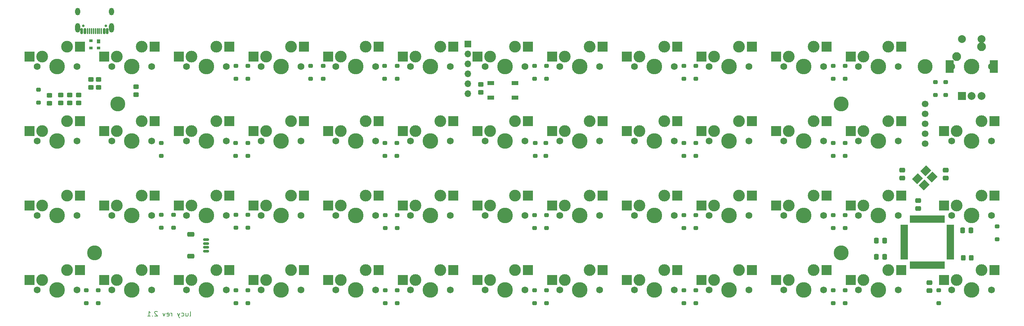
<source format=gbs>
G04 #@! TF.GenerationSoftware,KiCad,Pcbnew,(6.0.1-0)*
G04 #@! TF.CreationDate,2022-06-05T08:42:11-05:00*
G04 #@! TF.ProjectId,pcb,7063622e-6b69-4636-9164-5f7063625858,rev?*
G04 #@! TF.SameCoordinates,Original*
G04 #@! TF.FileFunction,Soldermask,Bot*
G04 #@! TF.FilePolarity,Negative*
%FSLAX46Y46*%
G04 Gerber Fmt 4.6, Leading zero omitted, Abs format (unit mm)*
G04 Created by KiCad (PCBNEW (6.0.1-0)) date 2022-06-05 08:42:11*
%MOMM*%
%LPD*%
G01*
G04 APERTURE LIST*
G04 Aperture macros list*
%AMRoundRect*
0 Rectangle with rounded corners*
0 $1 Rounding radius*
0 $2 $3 $4 $5 $6 $7 $8 $9 X,Y pos of 4 corners*
0 Add a 4 corners polygon primitive as box body*
4,1,4,$2,$3,$4,$5,$6,$7,$8,$9,$2,$3,0*
0 Add four circle primitives for the rounded corners*
1,1,$1+$1,$2,$3*
1,1,$1+$1,$4,$5*
1,1,$1+$1,$6,$7*
1,1,$1+$1,$8,$9*
0 Add four rect primitives between the rounded corners*
20,1,$1+$1,$2,$3,$4,$5,0*
20,1,$1+$1,$4,$5,$6,$7,0*
20,1,$1+$1,$6,$7,$8,$9,0*
20,1,$1+$1,$8,$9,$2,$3,0*%
%AMRotRect*
0 Rectangle, with rotation*
0 The origin of the aperture is its center*
0 $1 length*
0 $2 width*
0 $3 Rotation angle, in degrees counterclockwise*
0 Add horizontal line*
21,1,$1,$2,0,0,$3*%
G04 Aperture macros list end*
%ADD10C,0.200000*%
%ADD11C,3.000000*%
%ADD12C,1.750000*%
%ADD13C,3.987800*%
%ADD14R,2.550000X2.500000*%
%ADD15R,2.000000X2.000000*%
%ADD16C,2.000000*%
%ADD17R,2.000000X3.200000*%
%ADD18C,3.800000*%
%ADD19C,2.250000*%
%ADD20RoundRect,0.250000X-0.475000X0.337500X-0.475000X-0.337500X0.475000X-0.337500X0.475000X0.337500X0*%
%ADD21RoundRect,0.250000X0.350000X-0.250000X0.350000X0.250000X-0.350000X0.250000X-0.350000X-0.250000X0*%
%ADD22O,1.700000X1.700000*%
%ADD23R,1.700000X1.700000*%
%ADD24R,1.800000X1.100000*%
%ADD25RoundRect,0.200000X-0.750000X-0.250000X0.750000X-0.250000X0.750000X0.250000X-0.750000X0.250000X0*%
%ADD26RoundRect,0.200000X-0.250000X-0.750000X0.250000X-0.750000X0.250000X0.750000X-0.250000X0.750000X0*%
%ADD27RoundRect,0.250000X0.475000X-0.337500X0.475000X0.337500X-0.475000X0.337500X-0.475000X-0.337500X0*%
%ADD28RotRect,2.100000X1.800000X45.000000*%
%ADD29RoundRect,0.249999X0.450001X-0.325001X0.450001X0.325001X-0.450001X0.325001X-0.450001X-0.325001X0*%
%ADD30C,0.650000*%
%ADD31RoundRect,0.150000X-0.150000X-0.575000X0.150000X-0.575000X0.150000X0.575000X-0.150000X0.575000X0*%
%ADD32RoundRect,0.075000X-0.075000X-0.650000X0.075000X-0.650000X0.075000X0.650000X-0.075000X0.650000X0*%
%ADD33O,1.300000X2.400000*%
%ADD34O,1.300000X1.900000*%
%ADD35RoundRect,0.249999X-0.450001X0.325001X-0.450001X-0.325001X0.450001X-0.325001X0.450001X0.325001X0*%
%ADD36RoundRect,0.250000X-0.337500X-0.475000X0.337500X-0.475000X0.337500X0.475000X-0.337500X0.475000X0*%
%ADD37RoundRect,0.250000X0.337500X0.475000X-0.337500X0.475000X-0.337500X-0.475000X0.337500X-0.475000X0*%
%ADD38RoundRect,0.249999X0.325001X0.450001X-0.325001X0.450001X-0.325001X-0.450001X0.325001X-0.450001X0*%
%ADD39RoundRect,0.050000X-0.350000X0.500000X-0.350000X-0.500000X0.350000X-0.500000X0.350000X0.500000X0*%
%ADD40RoundRect,0.050000X-0.350000X0.300000X-0.350000X-0.300000X0.350000X-0.300000X0.350000X0.300000X0*%
%ADD41C,1.700000*%
%ADD42RoundRect,0.150000X0.625000X-0.150000X0.625000X0.150000X-0.625000X0.150000X-0.625000X-0.150000X0*%
%ADD43RoundRect,0.250000X0.650000X-0.350000X0.650000X0.350000X-0.650000X0.350000X-0.650000X-0.350000X0*%
G04 APERTURE END LIST*
D10*
X120750737Y-117065476D02*
X120869784Y-117005952D01*
X120929308Y-116886904D01*
X120929308Y-115815476D01*
X119738832Y-116232142D02*
X119738832Y-117065476D01*
X120274546Y-116232142D02*
X120274546Y-116886904D01*
X120215022Y-117005952D01*
X120095975Y-117065476D01*
X119917403Y-117065476D01*
X119798356Y-117005952D01*
X119738832Y-116946428D01*
X118607880Y-117005952D02*
X118726927Y-117065476D01*
X118965022Y-117065476D01*
X119084070Y-117005952D01*
X119143594Y-116946428D01*
X119203118Y-116827380D01*
X119203118Y-116470238D01*
X119143594Y-116351190D01*
X119084070Y-116291666D01*
X118965022Y-116232142D01*
X118726927Y-116232142D01*
X118607880Y-116291666D01*
X118191213Y-116232142D02*
X117893594Y-117065476D01*
X117595975Y-116232142D02*
X117893594Y-117065476D01*
X118012641Y-117363095D01*
X118072165Y-117422619D01*
X118191213Y-117482142D01*
X116167403Y-117065476D02*
X116167403Y-116232142D01*
X116167403Y-116470238D02*
X116107880Y-116351190D01*
X116048356Y-116291666D01*
X115929308Y-116232142D01*
X115810260Y-116232142D01*
X114917403Y-117005952D02*
X115036451Y-117065476D01*
X115274546Y-117065476D01*
X115393594Y-117005952D01*
X115453118Y-116886904D01*
X115453118Y-116410714D01*
X115393594Y-116291666D01*
X115274546Y-116232142D01*
X115036451Y-116232142D01*
X114917403Y-116291666D01*
X114857880Y-116410714D01*
X114857880Y-116529761D01*
X115453118Y-116648809D01*
X114441213Y-116232142D02*
X114143594Y-117065476D01*
X113845975Y-116232142D01*
X112476927Y-115934523D02*
X112417403Y-115875000D01*
X112298356Y-115815476D01*
X112000737Y-115815476D01*
X111881689Y-115875000D01*
X111822165Y-115934523D01*
X111762641Y-116053571D01*
X111762641Y-116172619D01*
X111822165Y-116351190D01*
X112536451Y-117065476D01*
X111762641Y-117065476D01*
X111226927Y-116946428D02*
X111167403Y-117005952D01*
X111226927Y-117065476D01*
X111286451Y-117005952D01*
X111226927Y-116946428D01*
X111226927Y-117065476D01*
X109976927Y-117065476D02*
X110691213Y-117065476D01*
X110334070Y-117065476D02*
X110334070Y-115815476D01*
X110453118Y-115994047D01*
X110572165Y-116113095D01*
X110691213Y-116172619D01*
D11*
X121180225Y-50653950D03*
D12*
X119910225Y-53193950D03*
D13*
X124990225Y-53193950D03*
D11*
X127530225Y-48113950D03*
D12*
X130070225Y-53193950D03*
D14*
X117905225Y-50653950D03*
X130832225Y-48113950D03*
D12*
X206270225Y-53193950D03*
D11*
X203730225Y-48113950D03*
X197380225Y-50653950D03*
D12*
X196110225Y-53193950D03*
D13*
X201190225Y-53193950D03*
D14*
X194105225Y-50653950D03*
X207032225Y-48113950D03*
D12*
X187220225Y-53193950D03*
D11*
X178330225Y-50653950D03*
X184680225Y-48113950D03*
D12*
X177060225Y-53193950D03*
D13*
X182140225Y-53193950D03*
D14*
X175055225Y-50653950D03*
X187982225Y-48113950D03*
D12*
X168170225Y-53193950D03*
D13*
X163090225Y-53193950D03*
D11*
X165630225Y-48113950D03*
X159280225Y-50653950D03*
D12*
X158010225Y-53193950D03*
D14*
X156005225Y-50653950D03*
X168932225Y-48113950D03*
D12*
X81810225Y-53193950D03*
D13*
X86890225Y-53193950D03*
D11*
X83080225Y-50653950D03*
X89430225Y-48113950D03*
D12*
X91970225Y-53193950D03*
D14*
X79805225Y-50653950D03*
X92732225Y-48113950D03*
D12*
X225320225Y-53193950D03*
D11*
X222780225Y-48113950D03*
D13*
X220240225Y-53193950D03*
D12*
X215160225Y-53193950D03*
D11*
X216430225Y-50653950D03*
D14*
X213155225Y-50653950D03*
X226082225Y-48113950D03*
D12*
X244370225Y-53193950D03*
D11*
X235480225Y-50653950D03*
X241830225Y-48113950D03*
D12*
X234210225Y-53193950D03*
D13*
X239290225Y-53193950D03*
D14*
X232205225Y-50653950D03*
X245132225Y-48113950D03*
D12*
X91970225Y-72243950D03*
D13*
X86890225Y-72243950D03*
D11*
X83080225Y-69703950D03*
D12*
X81810225Y-72243950D03*
D11*
X89430225Y-67163950D03*
D14*
X79805225Y-69703950D03*
X92732225Y-67163950D03*
D12*
X111020225Y-72243950D03*
D11*
X102130225Y-69703950D03*
D12*
X100860225Y-72243950D03*
D11*
X108480225Y-67163950D03*
D13*
X105940225Y-72243950D03*
D14*
X98855225Y-69703950D03*
X111782225Y-67163950D03*
D13*
X144045399Y-72243950D03*
D11*
X146585399Y-67163950D03*
D12*
X138965399Y-72243950D03*
X149125399Y-72243950D03*
D11*
X140235399Y-69703950D03*
D14*
X136960399Y-69703950D03*
X149887399Y-67163950D03*
D11*
X273580225Y-50653950D03*
D13*
X277390225Y-53193950D03*
D11*
X279930225Y-48113950D03*
D12*
X272310225Y-53193950D03*
X282470225Y-53193950D03*
D14*
X270305225Y-50653950D03*
X283232225Y-48113950D03*
D11*
X165630225Y-67163950D03*
X159280225Y-69703950D03*
D12*
X168170225Y-72243950D03*
X158010225Y-72243950D03*
D13*
X163090225Y-72243950D03*
D14*
X156005225Y-69703950D03*
X168932225Y-67163950D03*
D12*
X187220225Y-72243950D03*
D13*
X182140225Y-72243950D03*
D12*
X177060225Y-72243950D03*
D11*
X184680225Y-67163950D03*
X178330225Y-69703950D03*
D14*
X175055225Y-69703950D03*
X187982225Y-67163950D03*
D12*
X196110225Y-72243950D03*
D13*
X201190225Y-72243950D03*
D11*
X203730225Y-67163950D03*
D12*
X206270225Y-72243950D03*
D11*
X197380225Y-69703950D03*
D14*
X194105225Y-69703950D03*
X207032225Y-67163950D03*
D12*
X111020225Y-110343950D03*
D13*
X105940225Y-110343950D03*
D12*
X100860225Y-110343950D03*
D11*
X108480225Y-105263950D03*
X102130225Y-107803950D03*
D14*
X98855225Y-107803950D03*
X111782225Y-105263950D03*
D12*
X119910225Y-110343950D03*
D11*
X127530225Y-105263950D03*
D12*
X130070225Y-110343950D03*
D13*
X124990225Y-110343950D03*
D11*
X121180225Y-107803950D03*
D14*
X117905225Y-107803950D03*
X130832225Y-105263950D03*
D11*
X140230225Y-107803950D03*
X146580225Y-105263950D03*
D13*
X144040225Y-110343950D03*
D12*
X149120225Y-110343950D03*
X138960225Y-110343950D03*
D14*
X136955225Y-107803950D03*
X149882225Y-105263950D03*
D11*
X159280225Y-107803950D03*
D12*
X168170225Y-110343950D03*
D11*
X165630225Y-105263950D03*
D12*
X158010225Y-110343950D03*
D13*
X163090225Y-110343950D03*
D14*
X156005225Y-107803950D03*
X168932225Y-105263950D03*
D13*
X182140225Y-110343950D03*
D12*
X187220225Y-110343950D03*
D11*
X178330225Y-107803950D03*
X184680225Y-105263950D03*
D12*
X177060225Y-110343950D03*
D14*
X175055225Y-107803950D03*
X187982225Y-105263950D03*
D13*
X220240225Y-110343950D03*
D12*
X225320225Y-110343950D03*
D11*
X222780225Y-105263950D03*
D12*
X215160225Y-110343950D03*
D11*
X216430225Y-107803950D03*
D14*
X213155225Y-107803950D03*
X226082225Y-105263950D03*
D11*
X241830225Y-105263950D03*
X235480225Y-107803950D03*
D12*
X244370225Y-110343950D03*
X234210225Y-110343950D03*
D13*
X239290225Y-110343950D03*
D14*
X232205225Y-107803950D03*
X245132225Y-105263950D03*
D12*
X253260225Y-110343950D03*
D11*
X254530225Y-107803950D03*
X260880225Y-105263950D03*
D12*
X263420225Y-110343950D03*
D13*
X258340225Y-110343950D03*
D14*
X251255225Y-107803950D03*
X264182225Y-105263950D03*
D11*
X279930225Y-105263950D03*
D13*
X277390225Y-110343950D03*
D12*
X282470225Y-110343950D03*
X272310225Y-110343950D03*
D11*
X273580225Y-107803950D03*
D14*
X270305225Y-107803950D03*
X283232225Y-105263950D03*
D12*
X196110225Y-110343950D03*
X206270225Y-110343950D03*
D11*
X203730225Y-105263950D03*
D13*
X201190225Y-110343950D03*
D11*
X197380225Y-107803950D03*
D14*
X194105225Y-107803950D03*
X207032225Y-105263950D03*
D11*
X279930225Y-86213950D03*
D13*
X277390225Y-91293950D03*
D11*
X273580225Y-88753950D03*
D12*
X272310225Y-91293950D03*
X282470225Y-91293950D03*
D14*
X270305225Y-88753950D03*
X283232225Y-86213950D03*
D12*
X253260225Y-91293950D03*
D11*
X260880225Y-86213950D03*
D13*
X258340225Y-91293950D03*
D11*
X254530225Y-88753950D03*
D12*
X263420225Y-91293950D03*
D14*
X251255225Y-88753950D03*
X264182225Y-86213950D03*
D11*
X216430225Y-88753950D03*
D12*
X215160225Y-91293950D03*
D11*
X222780225Y-86213950D03*
D12*
X225320225Y-91293950D03*
D13*
X220240225Y-91293950D03*
D14*
X213155225Y-88753950D03*
X226082225Y-86213950D03*
D12*
X187220225Y-91293950D03*
X177060225Y-91293950D03*
D13*
X182140225Y-91293950D03*
D11*
X184680225Y-86213950D03*
X178330225Y-88753950D03*
D14*
X175055225Y-88753950D03*
X187982225Y-86213950D03*
D12*
X138960225Y-91293950D03*
D11*
X146580225Y-86213950D03*
D12*
X149120225Y-91293950D03*
D13*
X144040225Y-91293950D03*
D11*
X140230225Y-88753950D03*
D14*
X136955225Y-88753950D03*
X149882225Y-86213950D03*
D11*
X83080225Y-88753950D03*
X89430225Y-86213950D03*
D12*
X91970225Y-91293950D03*
X81810225Y-91293950D03*
D13*
X86890225Y-91293950D03*
D14*
X79805225Y-88753950D03*
X92732225Y-86213950D03*
D12*
X158010225Y-91293950D03*
D11*
X159280225Y-88753950D03*
X165630225Y-86213950D03*
D12*
X168170225Y-91293950D03*
D13*
X163090225Y-91293950D03*
D14*
X156005225Y-88753950D03*
X168932225Y-86213950D03*
D11*
X298980225Y-67163950D03*
D12*
X301520225Y-72243950D03*
D11*
X292630225Y-69703950D03*
D12*
X291360225Y-72243950D03*
D13*
X296440225Y-72243950D03*
D14*
X289355225Y-69703950D03*
X302282225Y-67163950D03*
D11*
X127530225Y-86213950D03*
D12*
X130070225Y-91293950D03*
D11*
X121180225Y-88753950D03*
D12*
X119910225Y-91293950D03*
D13*
X124990225Y-91293950D03*
D14*
X117905225Y-88753950D03*
X130832225Y-86213950D03*
D13*
X105940225Y-91293950D03*
D12*
X111020225Y-91293950D03*
D11*
X108480225Y-86213950D03*
X102130225Y-88753950D03*
D12*
X100860225Y-91293950D03*
D14*
X98855225Y-88753950D03*
X111782225Y-86213950D03*
D12*
X263420225Y-72243950D03*
D11*
X260880225Y-67163950D03*
D13*
X258340225Y-72243950D03*
D11*
X254530225Y-69703950D03*
D12*
X253260225Y-72243950D03*
D14*
X251255225Y-69703950D03*
X264182225Y-67163950D03*
D12*
X234210225Y-72243950D03*
D11*
X241830225Y-67163950D03*
D13*
X239290225Y-72243950D03*
D11*
X235480225Y-69703950D03*
D12*
X244370225Y-72243950D03*
D14*
X232205225Y-69703950D03*
X245132225Y-67163950D03*
D11*
X273580225Y-69703950D03*
D13*
X277390225Y-72243950D03*
D12*
X282470225Y-72243950D03*
D11*
X279930225Y-67163950D03*
D12*
X272310225Y-72243950D03*
D14*
X270305225Y-69703950D03*
X283232225Y-67163950D03*
D11*
X298980225Y-105263950D03*
D12*
X291360225Y-110343950D03*
D13*
X296440225Y-110343950D03*
D12*
X301520225Y-110343950D03*
D11*
X292630225Y-107803950D03*
D14*
X289355225Y-107803950D03*
X302282225Y-105263950D03*
D11*
X298980225Y-86213950D03*
X292630225Y-88753950D03*
D13*
X296440225Y-91293950D03*
D12*
X301520225Y-91293950D03*
X291360225Y-91293950D03*
D14*
X289355225Y-88753950D03*
X302282225Y-86213950D03*
D11*
X292630225Y-50653950D03*
D13*
X296440225Y-53193950D03*
D12*
X301520225Y-53193950D03*
X291360225Y-53193950D03*
D11*
X298980225Y-48113950D03*
D14*
X289355225Y-50653950D03*
X302282225Y-48113950D03*
D15*
X317752725Y-60693950D03*
D16*
X322752725Y-60693950D03*
X320252725Y-60693950D03*
D17*
X314652725Y-53193950D03*
X325852725Y-53193950D03*
D16*
X322752725Y-46193950D03*
X317752725Y-46193950D03*
D11*
X108480225Y-48113950D03*
X102130225Y-50653950D03*
D12*
X111020225Y-53193950D03*
X100860225Y-53193950D03*
D13*
X105940225Y-53193950D03*
D14*
X98855225Y-50653950D03*
X111782225Y-48113950D03*
D13*
X144040225Y-53193950D03*
D12*
X149120225Y-53193950D03*
D11*
X140230225Y-50653950D03*
D12*
X138960225Y-53193950D03*
D11*
X146580225Y-48113950D03*
D14*
X136955225Y-50653950D03*
X149882225Y-48113950D03*
D13*
X320252785Y-110344230D03*
D11*
X322792785Y-105264230D03*
D12*
X315172785Y-110344230D03*
X325332785Y-110344230D03*
D11*
X316442785Y-107804230D03*
D14*
X313167785Y-107804230D03*
X326094785Y-105264230D03*
D12*
X315172785Y-72244070D03*
D11*
X316442785Y-69704070D03*
X322792785Y-67164070D03*
D12*
X325332785Y-72244070D03*
D13*
X320252785Y-72244070D03*
D14*
X313167785Y-69704070D03*
X326094785Y-67164070D03*
D11*
X316442785Y-88754150D03*
X322792785Y-86214150D03*
D12*
X325332785Y-91294150D03*
D13*
X320252785Y-91294150D03*
D12*
X315172785Y-91294150D03*
D14*
X313167785Y-88754150D03*
X326094785Y-86214150D03*
D13*
X201190225Y-91293950D03*
D11*
X203730225Y-86213950D03*
D12*
X206270225Y-91293950D03*
X196110225Y-91293950D03*
D11*
X197380225Y-88753950D03*
D14*
X194105225Y-88753950D03*
X207032225Y-86213950D03*
D11*
X241830225Y-86213950D03*
D12*
X244370225Y-91293950D03*
D13*
X239290225Y-91293950D03*
D12*
X234210225Y-91293950D03*
D11*
X235480225Y-88753950D03*
D14*
X232205225Y-88753950D03*
X245132225Y-86213950D03*
D12*
X91970225Y-110343950D03*
D11*
X89430225Y-105263950D03*
D12*
X81810225Y-110343950D03*
D11*
X83080225Y-107803950D03*
D13*
X86890225Y-110343950D03*
D14*
X79805225Y-107803950D03*
X92732225Y-105263950D03*
D11*
X254530225Y-50653950D03*
X260880225Y-48113950D03*
D12*
X253260225Y-53193950D03*
D13*
X258340225Y-53193950D03*
D12*
X263420225Y-53193950D03*
D14*
X251255225Y-50653950D03*
X264182225Y-48113950D03*
D11*
X121180225Y-69703950D03*
X127530225Y-67163950D03*
D12*
X119910225Y-72243950D03*
D13*
X124990225Y-72243950D03*
D12*
X130070225Y-72243950D03*
D14*
X117905225Y-69703950D03*
X130832225Y-67163950D03*
D12*
X215160225Y-72243950D03*
D13*
X220240225Y-72243950D03*
D11*
X222780225Y-67163950D03*
D12*
X225320225Y-72243950D03*
D11*
X216430225Y-69703950D03*
D14*
X213155225Y-69703950D03*
X226082225Y-67163950D03*
D18*
X286915393Y-62718958D03*
D13*
X320252725Y-53193950D03*
D12*
X315172725Y-53193950D03*
X325332725Y-53193950D03*
D19*
X316442725Y-50653950D03*
X322792725Y-48113950D03*
D18*
X102368363Y-62718958D03*
X286915393Y-100818990D03*
X96415233Y-100818990D03*
X308346661Y-53193950D03*
D20*
X309490225Y-108456450D03*
X309490225Y-110531450D03*
D21*
X116590225Y-94443950D03*
X116590225Y-91143950D03*
X208890225Y-76043950D03*
X208890225Y-72743950D03*
X170490225Y-76043950D03*
X170490225Y-72743950D03*
X135581415Y-76043950D03*
X135581415Y-72743950D03*
X113490225Y-76043950D03*
X113490225Y-72743950D03*
X284890625Y-56306250D03*
X284890625Y-53006250D03*
X249881415Y-56306250D03*
X249881415Y-53006250D03*
X211781415Y-56306250D03*
X211781415Y-53006250D03*
X208681415Y-56306250D03*
X208681415Y-53006250D03*
X173651789Y-56333377D03*
X173651789Y-53033377D03*
X170476789Y-56333377D03*
X170476789Y-53033377D03*
X154751789Y-56306250D03*
X154751789Y-53006250D03*
X287990625Y-113750000D03*
X287990625Y-110450000D03*
X284890625Y-113750000D03*
X284890625Y-110450000D03*
X249890625Y-113713123D03*
X249890625Y-110413123D03*
X246790625Y-113706250D03*
X246790625Y-110406250D03*
X211783999Y-113706250D03*
X211783999Y-110406250D03*
X208700000Y-113706250D03*
X208700000Y-110406250D03*
X211790625Y-94506250D03*
X211790625Y-91206250D03*
X284890625Y-76043950D03*
X284890625Y-72743950D03*
X208690625Y-94506250D03*
X208690625Y-91206250D03*
X170585999Y-94506250D03*
X170585999Y-91206250D03*
X132490225Y-94443950D03*
X132490225Y-91143950D03*
X287990625Y-76043950D03*
X287990625Y-72743950D03*
X284890625Y-94506250D03*
X284890625Y-91206250D03*
X249890625Y-94506250D03*
X249890625Y-91206250D03*
X246790625Y-94506250D03*
X246790625Y-91206250D03*
X173690625Y-113706250D03*
X173690625Y-110406250D03*
X151576789Y-56306250D03*
X151576789Y-53006250D03*
X211590225Y-76043950D03*
X211590225Y-72743950D03*
D22*
X191665313Y-60143950D03*
X191665313Y-49983950D03*
X191665313Y-55063950D03*
X191665313Y-57603950D03*
X191665313Y-52523950D03*
D23*
X191665313Y-47443950D03*
D21*
X287990625Y-56306250D03*
X287990625Y-53006250D03*
X311790625Y-113750000D03*
X311790625Y-110450000D03*
X313590225Y-60443950D03*
X313590225Y-57143950D03*
X326690225Y-97343950D03*
X326690225Y-94043950D03*
D24*
X203690225Y-57443950D03*
X197490225Y-61143950D03*
X203690225Y-61143950D03*
X197490225Y-57443950D03*
D25*
X302990225Y-102093950D03*
X302990225Y-101293950D03*
X302990225Y-100493950D03*
X302990225Y-99693950D03*
X302990225Y-98893950D03*
X302990225Y-98093950D03*
X302990225Y-97293950D03*
X302990225Y-96493950D03*
X302990225Y-95693950D03*
X302990225Y-94893950D03*
X302990225Y-94093950D03*
D26*
X304890225Y-92193950D03*
X305690225Y-92193950D03*
X306490225Y-92193950D03*
X307290225Y-92193950D03*
X308090225Y-92193950D03*
X308890225Y-92193950D03*
X309690225Y-92193950D03*
X310490225Y-92193950D03*
X311290225Y-92193950D03*
X312090225Y-92193950D03*
X312890225Y-92193950D03*
D25*
X314790225Y-94093950D03*
X314790225Y-94893950D03*
X314790225Y-95693950D03*
X314790225Y-96493950D03*
X314790225Y-97293950D03*
X314790225Y-98093950D03*
X314790225Y-98893950D03*
X314790225Y-99693950D03*
X314790225Y-100493950D03*
X314790225Y-101293950D03*
X314790225Y-102093950D03*
D26*
X312890225Y-103993950D03*
X312090225Y-103993950D03*
X311290225Y-103993950D03*
X310490225Y-103993950D03*
X309690225Y-103993950D03*
X308890225Y-103993950D03*
X308090225Y-103993950D03*
X307290225Y-103993950D03*
X306490225Y-103993950D03*
X305690225Y-103993950D03*
X304890225Y-103993950D03*
D27*
X306590225Y-89531450D03*
X306590225Y-87456450D03*
X313590225Y-81731450D03*
X313590225Y-79656450D03*
X302490225Y-81731450D03*
X302490225Y-79656450D03*
D28*
X306451747Y-81906082D03*
X308502357Y-79855472D03*
X310128703Y-81481818D03*
X308078093Y-83532428D03*
D29*
X92390225Y-62518950D03*
X92390225Y-60468950D03*
D30*
X93525217Y-42765450D03*
X99305217Y-42765450D03*
D31*
X93165217Y-44091450D03*
X93965217Y-44091450D03*
D32*
X95165217Y-44091450D03*
X96161217Y-44091450D03*
X96665217Y-44091450D03*
X97665217Y-44091450D03*
D31*
X99665217Y-44091450D03*
X98865217Y-44091450D03*
D32*
X98165217Y-44091450D03*
X97165217Y-44091450D03*
X95665217Y-44091450D03*
X94665217Y-44091450D03*
D33*
X100715217Y-43316450D03*
D34*
X100715217Y-39116450D03*
X92115217Y-39116450D03*
D33*
X92115217Y-43316450D03*
D29*
X97490625Y-58518950D03*
X97490625Y-56468950D03*
X84940225Y-62568950D03*
X84940225Y-60518950D03*
D35*
X90090225Y-60468950D03*
X90090225Y-62518950D03*
D29*
X87790225Y-62518950D03*
X87790225Y-60468950D03*
D21*
X135590625Y-113706250D03*
X135590625Y-110406250D03*
X132490625Y-113713123D03*
X132490625Y-110413123D03*
D36*
X317952725Y-95093950D03*
X320027725Y-95093950D03*
D29*
X95490625Y-58518950D03*
X95490625Y-56468950D03*
D37*
X298027725Y-101893950D03*
X295952725Y-101893950D03*
X298027725Y-97693950D03*
X295952725Y-97693950D03*
D38*
X320115225Y-102093950D03*
X318065225Y-102093950D03*
D21*
X82090225Y-62443950D03*
X82090225Y-59143950D03*
X94290225Y-113743950D03*
X94290225Y-110443950D03*
X97390225Y-113743950D03*
X97390225Y-110443950D03*
X170590625Y-113706250D03*
X170590625Y-110406250D03*
X135590225Y-94443950D03*
X135590225Y-91143950D03*
X173650000Y-94506250D03*
X173650000Y-91206250D03*
X287990625Y-94506250D03*
X287990625Y-91206250D03*
X113490225Y-94443950D03*
X113490225Y-91143950D03*
X135581415Y-56306250D03*
X135581415Y-53006250D03*
X310990225Y-60443950D03*
X310990225Y-57143950D03*
X246781415Y-56306250D03*
X246781415Y-53006250D03*
X132490625Y-56299950D03*
X132490625Y-52999950D03*
D29*
X194990225Y-59818950D03*
X194990225Y-57768950D03*
D21*
X249881415Y-76043950D03*
X249881415Y-72743950D03*
X246781415Y-76043950D03*
X246781415Y-72743950D03*
X173590225Y-76043950D03*
X173590225Y-72743950D03*
X132431415Y-76043950D03*
X132431415Y-72743950D03*
D29*
X106990225Y-60418950D03*
X106990225Y-58368950D03*
D39*
X97490625Y-46743950D03*
D40*
X97490625Y-48443950D03*
X95490625Y-48443950D03*
X95490625Y-46543950D03*
D41*
X308390225Y-67843950D03*
X308390225Y-70383950D03*
X308390225Y-72923950D03*
X308390225Y-65303950D03*
X308390225Y-62763950D03*
D42*
X124890225Y-100443950D03*
X124890225Y-99443950D03*
X124890225Y-98443950D03*
X124890225Y-97443950D03*
D43*
X121015225Y-96143950D03*
X121015225Y-101743950D03*
M02*

</source>
